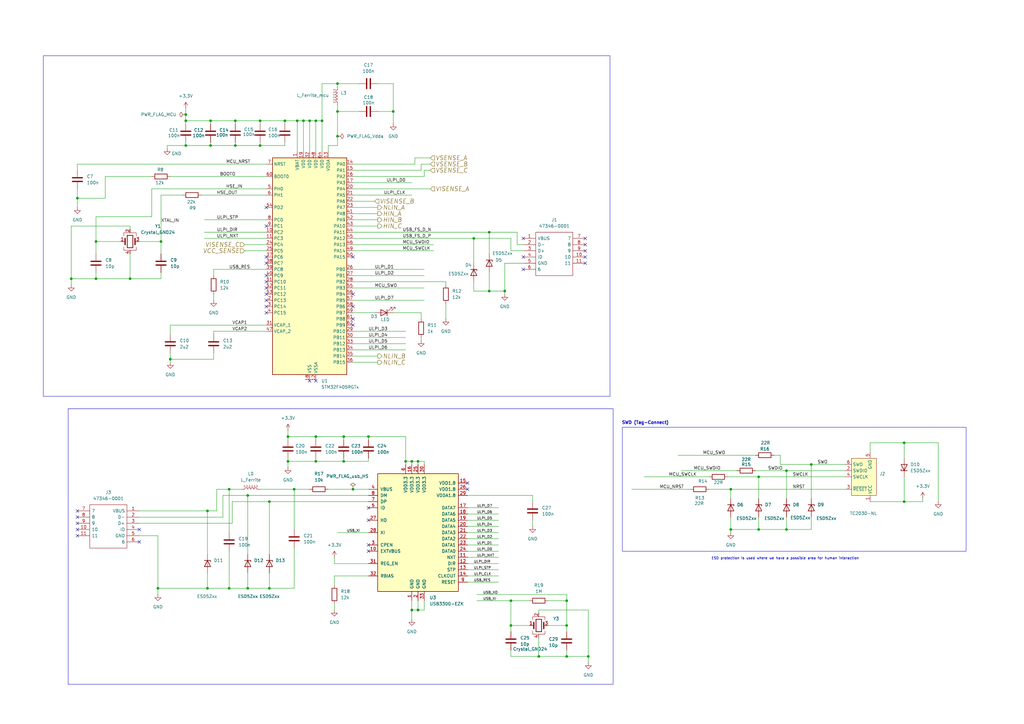
<source format=kicad_sch>
(kicad_sch (version 20231120) (generator "eeschema") (generator_version "8.0")
  (paper "A3")
  (title_block (title "ESC board microController") (date "2024-08-18") (rev "0.1") (company "Kremson Dev"))
  (lib_symbols
    (symbol "Connector:Conn_ARM_SWD_TagConnect_TC2030-NL" (in_bom no)
      (property "Reference" "J" (at 2.54 11.43 0))
      (property "Value" "Conn_ARM_SWD_TagConnect_TC2030-NL" (at 2.54 8.89 0))
      (symbol "Conn_ARM_SWD_TagConnect_TC2030-NL_0_0"
        (pin power_in line (at -2.54 10.16 270) (length 2.54) (name "VCC") (number "1"))
        (pin bidirectional line (at 7.62 -2.54 180) (length 2.54) (name "SWDIO") (number "2"))
        (pin open_collector line (at 7.62 5.08 180) (length 2.54) (name "~{RESET}") (number "3"))
        (pin output line (at 7.62 0 180) (length 2.54) (name "SWCLK") (number "4"))
        (pin power_in line (at -2.54 -10.16 90) (length 2.54) (name "GND") (number "5"))
        (pin input line (at 7.62 -5.08 180) (length 2.54) (name "SWO") (number "6"))
      )
    )
    (symbol "Custom_symbols:47346-0001" (pin_names (offset 0.762))
      (property "Reference" "J?" (at 21.59 6.096 0))
      (property "Value" "47346-0001" (at 7.366 3.81 0))
      (symbol "47346-0001_0_0"
        (pin passive line (at 0 0 0) (length 5.08) (name "VBUS") (number "1"))
        (pin passive line (at 25.4 -7.62 180) (length 5.08) (name "10") (number "10"))
        (pin passive line (at 25.4 -10.16 180) (length 5.08) (name "11") (number "11"))
        (pin passive line (at 0 -2.54 0) (length 5.08) (name "D-") (number "2"))
        (pin passive line (at 0 -5.08 0) (length 5.08) (name "D+") (number "3"))
        (pin passive line (at 0 -7.62 0) (length 5.08) (name "ID") (number "4"))
        (pin passive line (at 0 -10.16 0) (length 5.08) (name "GND") (number "5"))
        (pin passive line (at 0 -12.7 0) (length 5.08) (name "6") (number "6"))
        (pin passive line (at 25.4 0 180) (length 5.08) (name "7") (number "7"))
        (pin passive line (at 25.4 -2.54 180) (length 5.08) (name "8") (number "8"))
        (pin passive line (at 25.4 -5.08 180) (length 5.08) (name "9") (number "9"))
      )
    )
    (symbol "Device:C" (pin_numbers hide) (pin_names (offset 0.254))
      (property "Reference" "C" (at 0.635 2.54 0))
      (property "Value" "C" (at 0.635 -2.54 0))
      (symbol "C_1_1"
        (pin passive line (at 0 3.81 270) (length 2.794) (name "~") (number "1"))
        (pin passive line (at 0 -3.81 90) (length 2.794) (name "~") (number "2"))
      )
    )
    (symbol "Device:Crystal_GND24" (pin_names (offset 1.016) hide)
      (property "Reference" "Y" (at 3.175 5.08 0))
      (property "Value" "Crystal_GND24" (at 3.175 3.175 0))
      (symbol "Crystal_GND24_1_1"
        (pin passive line (at -3.81 0 0) (length 1.27) (name "1") (number "1"))
        (pin passive line (at 0 5.08 270) (length 1.27) (name "2") (number "2"))
        (pin passive line (at 3.81 0 180) (length 1.27) (name "3") (number "3"))
        (pin passive line (at 0 -5.08 90) (length 1.27) (name "4") (number "4"))
      )
    )
    (symbol "Device:LED" (pin_numbers hide) (pin_names (offset 1.016) hide)
      (property "Reference" "D" (at 0 2.54 0))
      (property "Value" "LED" (at 0 -2.54 0))
      (symbol "LED_1_1"
        (pin passive line (at -3.81 0 0) (length 2.54) (name "K") (number "1"))
        (pin passive line (at 3.81 0 180) (length 2.54) (name "A") (number "2"))
      )
    )
    (symbol "Device:L_Ferrite" (pin_numbers hide) (pin_names (offset 1.016) hide)
      (property "Reference" "L" (at -1.27 0 90))
      (property "Value" "L_Ferrite" (at 2.794 0 90))
      (symbol "L_Ferrite_1_1"
        (pin passive line (at 0 3.81 270) (length 1.27) (name "1") (number "1"))
        (pin passive line (at 0 -3.81 90) (length 1.27) (name "2") (number "2"))
      )
    )
    (symbol "Device:R" (pin_numbers hide) (pin_names (offset 0))
      (property "Reference" "R" (at 2.032 0 90))
      (property "Value" "R" (at 0 0 90))
      (symbol "R_1_1"
        (pin passive line (at 0 3.81 270) (length 1.27) (name "~") (number "1"))
        (pin passive line (at 0 -3.81 90) (length 1.27) (name "~") (number "2"))
      )
    )
    (symbol "Diode:ESD5Zxx" (pin_numbers hide) (pin_names hide)
      (property "Reference" "D" (at 0 2.54 0))
      (property "Value" "ESD5Zxx" (at 0 -2.54 0))
      (symbol "ESD5Zxx_1_1"
        (pin passive line (at -3.81 0 0) (length 2.54) (name "K") (number "1"))
        (pin passive line (at 3.81 0 180) (length 2.54) (name "A") (number "2"))
      )
    )
    (symbol "Interface_USB:USB3300-EZK" (pin_names (offset 1.016))
      (property "Reference" "U" (at 0 1.27 0))
      (property "Value" "USB3300-EZK" (at 0 -1.27 0))
      (symbol "USB3300-EZK_1_1"
        (pin power_in line (at -2.54 -27.94 90) (length 3.81) (name "GND") (number "1"))
        (pin input line (at -20.32 -7.62 0) (length 3.81) (name "EXTVBUS") (number "10"))
        (pin output line (at 20.32 -10.16 180) (length 3.81) (name "NXT") (number "11"))
        (pin output line (at 20.32 -12.7 180) (length 3.81) (name "DIR") (number "12"))
        (pin input line (at 20.32 -15.24 180) (length 3.81) (name "STP") (number "13"))
        (pin output line (at 20.32 -17.78 180) (length 3.81) (name "CLKOUT") (number "14"))
        (pin power_out line (at 20.32 20.32 180) (length 3.81) (name "VDD1.8") (number "15"))
        (pin power_in line (at -2.54 27.94 270) (length 3.81) (name "VDD3.3") (number "16"))
        (pin bidirectional line (at 20.32 10.16 180) (length 3.81) (name "DATA7") (number "17"))
        (pin bidirectional line (at 20.32 7.62 180) (length 3.81) (name "DATA6") (number "18"))
        (pin bidirectional line (at 20.32 5.08 180) (length 3.81) (name "DATA5") (number "19"))
        (pin power_in line (at 0 -27.94 90) (length 3.81) (name "GND") (number "2"))
        (pin bidirectional line (at 20.32 2.54 180) (length 3.81) (name "DATA4") (number "20"))
        (pin bidirectional line (at 20.32 0 180) (length 3.81) (name "DATA3") (number "21"))
        (pin bidirectional line (at 20.32 -2.54 180) (length 3.81) (name "DATA2") (number "22"))
        (pin bidirectional line (at 20.32 -5.08 180) (length 3.81) (name "DATA1") (number "23"))
        (pin bidirectional line (at 20.32 -7.62 180) (length 3.81) (name "DATA0") (number "24"))
        (pin power_in line (at 0 27.94 270) (length 3.81) (name "VDD3.3") (number "25"))
        (pin power_out line (at 20.32 17.78 180) (length 3.81) (name "VDD1.8") (number "26"))
        (pin output line (at -20.32 5.08 0) (length 3.81) (name "XO") (number "27"))
        (pin input line (at -20.32 0 0) (length 3.81) (name "XI") (number "28"))
        (pin power_out line (at 20.32 15.24 180) (length 3.81) (name "VDDA1.8") (number "29"))
        (pin output line (at -20.32 -5.08 0) (length 3.81) (name "CPEN") (number "3"))
        (pin power_in line (at 2.54 27.94 270) (length 3.81) (name "VDD3.3") (number "30"))
        (pin bidirectional line (at -20.32 -12.7 0) (length 3.81) (name "REG_EN") (number "31"))
        (pin passive line (at -20.32 -17.78 0) (length 3.81) (name "RBIAS") (number "32"))
        (pin power_in line (at 2.54 -27.94 90) (length 3.81) (name "GND") (number "33"))
        (pin power_in line (at -20.32 17.78 0) (length 3.81) (name "VBUS") (number "4"))
        (pin input line (at -20.32 10.16 0) (length 3.81) (name "ID") (number "5"))
        (pin power_in line (at -5.08 27.94 270) (length 3.81) (name "VDD3.3") (number "6"))
        (pin bidirectional line (at -20.32 12.7 0) (length 3.81) (name "DP") (number "7"))
        (pin bidirectional line (at -20.32 15.24 0) (length 3.81) (name "DM") (number "8"))
        (pin input line (at 20.32 -20.32 180) (length 3.81) (name "RESET") (number "9"))
      )
    )
    (symbol "MCU_ST_STM32F4:STM32F405RGTx"
      (property "Reference" "U" (at -15.24 46.99 0))
      (property "Value" "STM32F405RGTx" (at 10.16 46.99 0))
      (symbol "STM32F405RGTx_1_1"
        (pin power_in line (at -5.08 48.26 270) (length 2.54) (name "VBAT") (number "1"))
        (pin bidirectional line (at -17.78 15.24 0) (length 2.54) (name "PC2") (number "10"))
        (pin bidirectional line (at -17.78 12.7 0) (length 2.54) (name "PC3") (number "11"))
        (pin power_in line (at 2.54 -45.72 90) (length 2.54) (name "VSSA") (number "12"))
        (pin power_in line (at 7.62 48.26 270) (length 2.54) (name "VDDA") (number "13"))
        (pin bidirectional line (at 17.78 43.18 180) (length 2.54) (name "PA0") (number "14"))
        (pin bidirectional line (at 17.78 40.64 180) (length 2.54) (name "PA1") (number "15"))
        (pin bidirectional line (at 17.78 38.1 180) (length 2.54) (name "PA2") (number "16"))
        (pin bidirectional line (at 17.78 35.56 180) (length 2.54) (name "PA3") (number "17"))
        (pin power_in line (at 0 -45.72 90) (length 2.54) (name "VSS") (number "18"))
        (pin power_in line (at -2.54 48.26 270) (length 2.54) (name "VDD") (number "19"))
        (pin bidirectional line (at -17.78 -12.7 0) (length 2.54) (name "PC13") (number "2"))
        (pin bidirectional line (at 17.78 33.02 180) (length 2.54) (name "PA4") (number "20"))
        (pin bidirectional line (at 17.78 30.48 180) (length 2.54) (name "PA5") (number "21"))
        (pin bidirectional line (at 17.78 27.94 180) (length 2.54) (name "PA6") (number "22"))
        (pin bidirectional line (at 17.78 25.4 180) (length 2.54) (name "PA7") (number "23"))
        (pin bidirectional line (at -17.78 10.16 0) (length 2.54) (name "PC4") (number "24"))
        (pin bidirectional line (at -17.78 7.62 0) (length 2.54) (name "PC5") (number "25"))
        (pin bidirectional line (at 17.78 0 180) (length 2.54) (name "PB0") (number "26"))
        (pin bidirectional line (at 17.78 -2.54 180) (length 2.54) (name "PB1") (number "27"))
        (pin bidirectional line (at 17.78 -5.08 180) (length 2.54) (name "PB2") (number "28"))
        (pin bidirectional line (at 17.78 -25.4 180) (length 2.54) (name "PB10") (number "29"))
        (pin bidirectional line (at -17.78 -15.24 0) (length 2.54) (name "PC14") (number "3"))
        (pin bidirectional line (at 17.78 -27.94 180) (length 2.54) (name "PB11") (number "30"))
        (pin power_out line (at -17.78 -22.86 0) (length 2.54) (name "VCAP_1") (number "31"))
        (pin power_in line (at 0 48.26 270) (length 2.54) (name "VDD") (number "32"))
        (pin bidirectional line (at 17.78 -30.48 180) (length 2.54) (name "PB12") (number "33"))
        (pin bidirectional line (at 17.78 -33.02 180) (length 2.54) (name "PB13") (number "34"))
        (pin bidirectional line (at 17.78 -35.56 180) (length 2.54) (name "PB14") (number "35"))
        (pin bidirectional line (at 17.78 -38.1 180) (length 2.54) (name "PB15") (number "36"))
        (pin bidirectional line (at -17.78 5.08 0) (length 2.54) (name "PC6") (number "37"))
        (pin bidirectional line (at -17.78 2.54 0) (length 2.54) (name "PC7") (number "38"))
        (pin bidirectional line (at -17.78 0 0) (length 2.54) (name "PC8") (number "39"))
        (pin bidirectional line (at -17.78 -17.78 0) (length 2.54) (name "PC15") (number "4"))
        (pin bidirectional line (at -17.78 -2.54 0) (length 2.54) (name "PC9") (number "40"))
        (pin bidirectional line (at 17.78 22.86 180) (length 2.54) (name "PA8") (number "41"))
        (pin bidirectional line (at 17.78 20.32 180) (length 2.54) (name "PA9") (number "42"))
        (pin bidirectional line (at 17.78 17.78 180) (length 2.54) (name "PA10") (number "43"))
        (pin bidirectional line (at 17.78 15.24 180) (length 2.54) (name "PA11") (number "44"))
        (pin bidirectional line (at 17.78 12.7 180) (length 2.54) (name "PA12") (number "45"))
        (pin bidirectional line (at 17.78 10.16 180) (length 2.54) (name "PA13") (number "46"))
        (pin power_out line (at -17.78 -25.4 0) (length 2.54) (name "VCAP_2") (number "47"))
        (pin power_in line (at 2.54 48.26 270) (length 2.54) (name "VDD") (number "48"))
        (pin bidirectional line (at 17.78 7.62 180) (length 2.54) (name "PA14") (number "49"))
        (pin bidirectional line (at -17.78 33.02 0) (length 2.54) (name "PH0") (number "5"))
        (pin bidirectional line (at 17.78 5.08 180) (length 2.54) (name "PA15") (number "50"))
        (pin bidirectional line (at -17.78 -5.08 0) (length 2.54) (name "PC10") (number "51"))
        (pin bidirectional line (at -17.78 -7.62 0) (length 2.54) (name "PC11") (number "52"))
        (pin bidirectional line (at -17.78 -10.16 0) (length 2.54) (name "PC12") (number "53"))
        (pin bidirectional line (at -17.78 25.4 0) (length 2.54) (name "PD2") (number "54"))
        (pin bidirectional line (at 17.78 -7.62 180) (length 2.54) (name "PB3") (number "55"))
        (pin bidirectional line (at 17.78 -10.16 180) (length 2.54) (name "PB4") (number "56"))
        (pin bidirectional line (at 17.78 -12.7 180) (length 2.54) (name "PB5") (number "57"))
        (pin bidirectional line (at 17.78 -15.24 180) (length 2.54) (name "PB6") (number "58"))
        (pin bidirectional line (at 17.78 -17.78 180) (length 2.54) (name "PB7") (number "59"))
        (pin bidirectional line (at -17.78 30.48 0) (length 2.54) (name "PH1") (number "6"))
        (pin input line (at -17.78 38.1 0) (length 2.54) (name "BOOT0") (number "60"))
        (pin bidirectional line (at 17.78 -20.32 180) (length 2.54) (name "PB8") (number "61"))
        (pin bidirectional line (at 17.78 -22.86 180) (length 2.54) (name "PB9") (number "62"))
        (pin passive line (at 0 -45.72 90) (length 2.54) hide (name "VSS") (number "63"))
        (pin power_in line (at 5.08 48.26 270) (length 2.54) (name "VDD") (number "64"))
        (pin input line (at -17.78 43.18 0) (length 2.54) (name "NRST") (number "7"))
        (pin bidirectional line (at -17.78 20.32 0) (length 2.54) (name "PC0") (number "8"))
        (pin bidirectional line (at -17.78 17.78 0) (length 2.54) (name "PC1") (number "9"))
      )
    )
    (symbol "power:+3.3V" (power) (pin_numbers hide) (pin_names (offset 0) hide)
      (property "Value" "+3.3V" (at 0 3.556 0))
      (symbol "+3.3V_1_1"
        (pin power_in line (at 0 0 90) (length 0) (name "~") (number "1"))
      )
    )
    (symbol "power:GND" (power) (pin_numbers hide) (pin_names (offset 0) hide)
      (property "Value" "GND" (at 0 -3.81 0))
      (symbol "GND_1_1"
        (pin power_in line (at 0 0 270) (length 0) (name "~") (number "1"))
      )
    )
    (symbol "power:PWR_FLAG" (power) (pin_numbers hide) (pin_names (offset 0) hide)
      (property "Value" "PWR_FLAG" (at 0 3.81 0))
      (symbol "PWR_FLAG_0_0"
        (pin power_out line (at 0 0 90) (length 0) (name "~") (number "1"))
      )
    )
  )
  (junction (at 66.04 99.06))
  (junction (at 118.11 189.23))
  (junction (at 194.31 97.79))
  (junction (at 232.41 246.38))
  (junction (at 101.6 203.2))
  (junction (at 129.54 49.53))
  (junction (at 85.09 241.3))
  (junction (at 138.43 34.29))
  (junction (at 106.68 49.53))
  (junction (at 129.54 189.23))
  (junction (at 241.3 269.24))
  (junction (at 209.55 246.38))
  (junction (at 232.41 256.54))
  (junction (at 93.98 200.66))
  (junction (at 29.21 114.3))
  (junction (at 86.36 59.69))
  (junction (at 171.45 189.23))
  (junction (at 138.43 55.88))
  (junction (at 299.72 200.66))
  (junction (at 127 49.53))
  (junction (at 129.54 179.07))
  (junction (at 311.15 195.58))
  (junction (at 232.41 269.24))
  (junction (at 76.2 46.99))
  (junction (at 166.37 189.23))
  (junction (at 171.45 250.19))
  (junction (at 138.43 45.72))
  (junction (at 118.11 179.07))
  (junction (at 209.55 256.54))
  (junction (at 101.6 241.3))
  (junction (at 322.58 217.17))
  (junction (at 151.13 179.07))
  (junction (at 110.49 241.3))
  (junction (at 140.97 179.07))
  (junction (at 207.01 119.38))
  (junction (at 53.34 114.3))
  (junction (at 86.36 49.53))
  (junction (at 116.84 49.53))
  (junction (at 93.98 241.3))
  (junction (at 85.09 209.55))
  (junction (at 332.74 190.5))
  (junction (at 39.37 99.06))
  (junction (at 200.66 95.25))
  (junction (at 161.29 45.72))
  (junction (at 120.65 200.66))
  (junction (at 140.97 189.23))
  (junction (at 110.49 205.74))
  (junction (at 322.58 193.04))
  (junction (at 96.52 49.53))
  (junction (at 220.98 269.24))
  (junction (at 132.08 49.53))
  (junction (at 39.37 114.3))
  (junction (at 64.77 241.3))
  (junction (at 124.46 49.53))
  (junction (at 121.92 49.53))
  (junction (at 370.84 205.74))
  (junction (at 370.84 181.61))
  (junction (at 76.2 49.53))
  (junction (at 200.66 119.38))
  (junction (at 144.78 200.66))
  (junction (at 168.91 189.23))
  (junction (at 31.75 81.28))
  (junction (at 311.15 217.17))
  (junction (at 299.72 217.17))
  (junction (at 106.68 59.69))
  (junction (at 76.2 59.69))
  (junction (at 96.52 59.69))
  (junction (at 69.85 147.32))
  (junction (at 168.91 250.19))
  (no_connect (at 109.22 125.73))
  (no_connect (at 151.13 208.28))
  (no_connect (at 144.78 120.65))
  (no_connect (at 109.22 120.65))
  (no_connect (at 109.22 113.03))
  (no_connect (at 151.13 226.06))
  (no_connect (at 109.22 85.09))
  (no_connect (at 191.77 198.12))
  (no_connect (at 144.78 130.81))
  (no_connect (at 144.78 125.73))
  (no_connect (at 109.22 92.71))
  (no_connect (at 240.03 102.87))
  (no_connect (at 151.13 223.52))
  (no_connect (at 214.63 97.79))
  (no_connect (at 127 156.21))
  (no_connect (at 31.75 209.55))
  (no_connect (at 240.03 107.95))
  (no_connect (at 240.03 97.79))
  (no_connect (at 57.15 217.17))
  (no_connect (at 57.15 222.25))
  (no_connect (at 214.63 110.49))
  (no_connect (at 144.78 133.35))
  (no_connect (at 109.22 118.11))
  (no_connect (at 31.75 217.17))
  (no_connect (at 109.22 123.19))
  (no_connect (at 151.13 213.36))
  (no_connect (at 109.22 115.57))
  (no_connect (at 129.54 156.21))
  (no_connect (at 240.03 100.33))
  (no_connect (at 31.75 212.09))
  (no_connect (at 240.03 105.41))
  (no_connect (at 31.75 219.71))
  (no_connect (at 109.22 128.27))
  (no_connect (at 109.22 105.41))
  (no_connect (at 144.78 105.41))
  (no_connect (at 191.77 200.66))
  (no_connect (at 214.63 105.41))
  (no_connect (at 109.22 107.95))
  (no_connect (at 31.75 214.63))
  (wire (pts (xy 144.78 85.09) (xy 154.94 85.09)))
  (wire (pts (xy 76.2 49.53) (xy 76.2 50.8)))
  (wire (pts (xy 309.88 193.04) (xy 322.58 193.04)))
  (wire (pts (xy 85.09 209.55) (xy 88.9 209.55)))
  (wire (pts (xy 317.5 186.69) (xy 320.04 186.69)))
  (wire (pts (xy 144.78 90.17) (xy 154.94 90.17)))
  (wire (pts (xy 264.16 195.58) (xy 290.83 195.58)))
  (wire (pts (xy 191.77 208.28) (xy 204.47 208.28)))
  (wire (pts (xy 39.37 99.06) (xy 39.37 104.14)))
  (wire (pts (xy 218.44 213.36) (xy 218.44 215.9)))
  (wire (pts (xy 76.2 46.99) (xy 76.2 49.53)))
  (wire (pts (xy 87.63 120.65) (xy 87.63 123.19)))
  (wire (pts (xy 200.66 95.25) (xy 200.66 104.14)))
  (wire (pts (xy 172.72 138.43) (xy 172.72 139.7)))
  (wire (pts (xy 168.91 190.5) (xy 168.91 189.23)))
  (wire (pts (xy 43.18 72.39) (xy 43.18 81.28)))
  (wire (pts (xy 68.58 59.69) (xy 76.2 59.69)))
  (wire (pts (xy 259.08 200.66) (xy 283.21 200.66)))
  (wire (pts (xy 138.43 45.72) (xy 138.43 43.18)))
  (wire (pts (xy 378.46 204.47) (xy 378.46 205.74)))
  (wire (pts (xy 93.98 218.44) (xy 93.98 200.66)))
  (wire (pts (xy 62.23 72.39) (xy 43.18 72.39)))
  (wire (pts (xy 76.2 59.69) (xy 86.36 59.69)))
  (wire (pts (xy 121.92 49.53) (xy 116.84 49.53)))
  (wire (pts (xy 191.77 218.44) (xy 204.47 218.44)))
  (wire (pts (xy 144.78 200.66) (xy 151.13 200.66)))
  (wire (pts (xy 62.23 77.47) (xy 62.23 88.9)))
  (wire (pts (xy 93.98 200.66) (xy 99.06 200.66)))
  (wire (pts (xy 332.74 212.09) (xy 332.74 217.17)))
  (wire (pts (xy 140.97 179.07) (xy 151.13 179.07)))
  (wire (pts (xy 66.04 99.06) (xy 66.04 104.14)))
  (wire (pts (xy 217.17 256.54) (xy 209.55 256.54)))
  (wire (pts (xy 120.65 241.3) (xy 110.49 241.3)))
  (wire (pts (xy 144.78 87.63) (xy 154.94 87.63)))
  (wire (pts (xy 232.41 266.7) (xy 232.41 269.24)))
  (wire (pts (xy 173.99 189.23) (xy 171.45 189.23)))
  (wire (pts (xy 191.77 215.9) (xy 204.47 215.9)))
  (wire (pts (xy 322.58 212.09) (xy 322.58 217.17)))
  (wire (pts (xy 332.74 190.5) (xy 332.74 204.47)))
  (wire (pts (xy 278.13 186.69) (xy 309.88 186.69)))
  (wire (pts (xy 173.99 250.19) (xy 171.45 250.19)))
  (wire (pts (xy 144.78 123.19) (xy 173.99 123.19)))
  (wire (pts (xy 82.55 80.01) (xy 109.22 80.01)))
  (wire (pts (xy 116.84 58.42) (xy 116.84 59.69)))
  (wire (pts (xy 332.74 217.17) (xy 322.58 217.17)))
  (wire (pts (xy 194.31 119.38) (xy 200.66 119.38)))
  (wire (pts (xy 173.99 72.39) (xy 173.99 69.85)))
  (wire (pts (xy 218.44 203.2) (xy 218.44 205.74)))
  (wire (pts (xy 96.52 49.53) (xy 106.68 49.53)))
  (wire (pts (xy 138.43 45.72) (xy 147.32 45.72)))
  (wire (pts (xy 69.85 133.35) (xy 109.22 133.35)))
  (wire (pts (xy 194.31 115.57) (xy 194.31 119.38)))
  (wire (pts (xy 86.36 59.69) (xy 96.52 59.69)))
  (wire (pts (xy 144.78 118.11) (xy 173.99 118.11)))
  (wire (pts (xy 200.66 95.25) (xy 212.09 95.25)))
  (wire (pts (xy 220.98 269.24) (xy 232.41 269.24)))
  (wire (pts (xy 64.77 219.71) (xy 64.77 241.3)))
  (wire (pts (xy 144.78 72.39) (xy 173.99 72.39)))
  (wire (pts (xy 88.9 209.55) (xy 88.9 200.66)))
  (wire (pts (xy 100.33 102.87) (xy 109.22 102.87)))
  (wire (pts (xy 134.62 59.69) (xy 138.43 59.69)))
  (wire (pts (xy 232.41 243.84) (xy 232.41 246.38)))
  (wire (pts (xy 370.84 181.61) (xy 384.81 181.61)))
  (wire (pts (xy 144.78 140.97) (xy 166.37 140.97)))
  (wire (pts (xy 43.18 81.28) (xy 31.75 81.28)))
  (wire (pts (xy 151.13 179.07) (xy 166.37 179.07)))
  (wire (pts (xy 191.77 203.2) (xy 218.44 203.2)))
  (wire (pts (xy 85.09 209.55) (xy 85.09 227.33)))
  (wire (pts (xy 116.84 49.53) (xy 116.84 50.8)))
  (wire (pts (xy 120.65 224.79) (xy 120.65 241.3)))
  (wire (pts (xy 85.09 234.95) (xy 85.09 241.3)))
  (wire (pts (xy 144.78 82.55) (xy 153.67 82.55)))
  (wire (pts (xy 31.75 77.47) (xy 31.75 81.28)))
  (wire (pts (xy 87.63 137.16) (xy 87.63 135.89)))
  (wire (pts (xy 154.94 45.72) (xy 161.29 45.72)))
  (wire (pts (xy 31.75 67.31) (xy 31.75 69.85)))
  (wire (pts (xy 173.99 190.5) (xy 173.99 189.23)))
  (wire (pts (xy 161.29 128.27) (xy 172.72 128.27)))
  (wire (pts (xy 110.49 241.3) (xy 101.6 241.3)))
  (wire (pts (xy 232.41 246.38) (xy 232.41 256.54)))
  (wire (pts (xy 91.44 203.2) (xy 91.44 212.09)))
  (wire (pts (xy 172.72 128.27) (xy 172.72 130.81)))
  (wire (pts (xy 209.55 246.38) (xy 209.55 256.54)))
  (wire (pts (xy 144.78 113.03) (xy 173.99 113.03)))
  (wire (pts (xy 53.34 104.14) (xy 53.34 114.3)))
  (wire (pts (xy 138.43 218.44) (xy 151.13 218.44)))
  (wire (pts (xy 194.31 97.79) (xy 209.55 97.79)))
  (wire (pts (xy 69.85 144.78) (xy 69.85 147.32)))
  (wire (pts (xy 320.04 186.69) (xy 320.04 190.5)))
  (wire (pts (xy 120.65 200.66) (xy 120.65 217.17)))
  (wire (pts (xy 191.77 223.52) (xy 204.47 223.52)))
  (wire (pts (xy 121.92 49.53) (xy 121.92 62.23)))
  (wire (pts (xy 299.72 217.17) (xy 299.72 218.44)))
  (wire (pts (xy 209.55 102.87) (xy 214.63 102.87)))
  (wire (pts (xy 140.97 187.96) (xy 140.97 189.23)))
  (wire (pts (xy 166.37 189.23) (xy 166.37 179.07)))
  (wire (pts (xy 138.43 34.29) (xy 147.32 34.29)))
  (wire (pts (xy 144.78 128.27) (xy 153.67 128.27)))
  (wire (pts (xy 57.15 214.63) (xy 95.25 214.63)))
  (wire (pts (xy 110.49 205.74) (xy 110.49 227.33)))
  (wire (pts (xy 129.54 49.53) (xy 127 49.53)))
  (wire (pts (xy 101.6 203.2) (xy 151.13 203.2)))
  (wire (pts (xy 31.75 67.31) (xy 109.22 67.31)))
  (wire (pts (xy 132.08 49.53) (xy 129.54 49.53)))
  (wire (pts (xy 191.77 220.98) (xy 204.47 220.98)))
  (wire (pts (xy 171.45 190.5) (xy 171.45 189.23)))
  (wire (pts (xy 209.55 246.38) (xy 217.17 246.38)))
  (wire (pts (xy 144.78 69.85) (xy 172.72 69.85)))
  (wire (pts (xy 207.01 107.95) (xy 207.01 119.38)))
  (wire (pts (xy 57.15 209.55) (xy 85.09 209.55)))
  (wire (pts (xy 144.78 97.79) (xy 194.31 97.79)))
  (wire (pts (xy 93.98 226.06) (xy 93.98 241.3)))
  (wire (pts (xy 144.78 92.71) (xy 154.94 92.71)))
  (wire (pts (xy 106.68 200.66) (xy 120.65 200.66)))
  (wire (pts (xy 299.72 200.66) (xy 346.71 200.66)))
  (wire (pts (xy 166.37 190.5) (xy 166.37 189.23)))
  (wire (pts (xy 91.44 203.2) (xy 101.6 203.2)))
  (wire (pts (xy 224.79 256.54) (xy 232.41 256.54)))
  (wire (pts (xy 311.15 212.09) (xy 311.15 217.17)))
  (wire (pts (xy 29.21 116.84) (xy 29.21 114.3)))
  (wire (pts (xy 172.72 69.85) (xy 172.72 67.31)))
  (wire (pts (xy 140.97 189.23) (xy 151.13 189.23)))
  (wire (pts (xy 101.6 234.95) (xy 101.6 241.3)))
  (wire (pts (xy 170.18 64.77) (xy 176.53 64.77)))
  (wire (pts (xy 214.63 107.95) (xy 207.01 107.95)))
  (wire (pts (xy 384.81 181.61) (xy 384.81 205.74)))
  (wire (pts (xy 191.77 210.82) (xy 204.47 210.82)))
  (wire (pts (xy 74.93 80.01) (xy 66.04 80.01)))
  (wire (pts (xy 151.13 180.34) (xy 151.13 179.07)))
  (wire (pts (xy 191.77 238.76) (xy 204.47 238.76)))
  (wire (pts (xy 88.9 200.66) (xy 93.98 200.66)))
  (wire (pts (xy 69.85 147.32) (xy 69.85 148.59)))
  (wire (pts (xy 106.68 49.53) (xy 116.84 49.53)))
  (wire (pts (xy 356.87 205.74) (xy 370.84 205.74)))
  (wire (pts (xy 161.29 34.29) (xy 161.29 45.72)))
  (wire (pts (xy 322.58 217.17) (xy 311.15 217.17)))
  (wire (pts (xy 320.04 190.5) (xy 332.74 190.5)))
  (wire (pts (xy 207.01 120.65) (xy 207.01 119.38)))
  (wire (pts (xy 127 49.53) (xy 127 62.23)))
  (wire (pts (xy 209.55 256.54) (xy 209.55 259.08)))
  (wire (pts (xy 57.15 99.06) (xy 66.04 99.06)))
  (wire (pts (xy 191.77 226.06) (xy 204.47 226.06)))
  (wire (pts (xy 118.11 189.23) (xy 129.54 189.23)))
  (wire (pts (xy 120.65 200.66) (xy 127 200.66)))
  (wire (pts (xy 118.11 189.23) (xy 118.11 187.96)))
  (wire (pts (xy 311.15 195.58) (xy 346.71 195.58)))
  (wire (pts (xy 182.88 124.46) (xy 182.88 130.81)))
  (wire (pts (xy 76.2 58.42) (xy 76.2 59.69)))
  (wire (pts (xy 241.3 250.19) (xy 241.3 269.24)))
  (wire (pts (xy 83.82 95.25) (xy 109.22 95.25)))
  (wire (pts (xy 95.25 205.74) (xy 95.25 214.63)))
  (wire (pts (xy 220.98 261.62) (xy 220.98 269.24)))
  (wire (pts (xy 87.63 135.89) (xy 109.22 135.89)))
  (wire (pts (xy 322.58 193.04) (xy 322.58 204.47)))
  (wire (pts (xy 370.84 181.61) (xy 370.84 187.96)))
  (wire (pts (xy 85.09 241.3) (xy 93.98 241.3)))
  (wire (pts (xy 140.97 179.07) (xy 140.97 180.34)))
  (wire (pts (xy 66.04 111.76) (xy 66.04 114.3)))
  (wire (pts (xy 144.78 148.59) (xy 154.94 148.59)))
  (wire (pts (xy 138.43 55.88) (xy 138.43 59.69)))
  (wire (pts (xy 134.62 62.23) (xy 134.62 59.69)))
  (wire (pts (xy 96.52 49.53) (xy 96.52 50.8)))
  (wire (pts (xy 195.58 246.38) (xy 209.55 246.38)))
  (wire (pts (xy 232.41 256.54) (xy 232.41 259.08)))
  (wire (pts (xy 96.52 58.42) (xy 96.52 59.69)))
  (wire (pts (xy 29.21 92.71) (xy 29.21 114.3)))
  (wire (pts (xy 151.13 236.22) (xy 137.16 236.22)))
  (wire (pts (xy 212.09 100.33) (xy 214.63 100.33)))
  (wire (pts (xy 110.49 234.95) (xy 110.49 241.3)))
  (wire (pts (xy 68.58 59.69) (xy 68.58 60.96)))
  (wire (pts (xy 356.87 185.42) (xy 356.87 181.61)))
  (wire (pts (xy 86.36 58.42) (xy 86.36 59.69)))
  (wire (pts (xy 220.98 250.19) (xy 241.3 250.19)))
  (wire (pts (xy 100.33 100.33) (xy 109.22 100.33)))
  (wire (pts (xy 118.11 179.07) (xy 129.54 179.07)))
  (wire (pts (xy 124.46 49.53) (xy 124.46 62.23)))
  (wire (pts (xy 101.6 227.33) (xy 101.6 203.2)))
  (wire (pts (xy 29.21 114.3) (xy 39.37 114.3)))
  (wire (pts (xy 144.78 135.89) (xy 166.37 135.89)))
  (wire (pts (xy 62.23 88.9) (xy 39.37 88.9)))
  (wire (pts (xy 299.72 212.09) (xy 299.72 217.17)))
  (wire (pts (xy 129.54 49.53) (xy 129.54 62.23)))
  (wire (pts (xy 49.53 99.06) (xy 39.37 99.06)))
  (wire (pts (xy 39.37 88.9) (xy 39.37 99.06)))
  (wire (pts (xy 95.25 205.74) (xy 110.49 205.74)))
  (wire (pts (xy 144.78 95.25) (xy 200.66 95.25)))
  (wire (pts (xy 194.31 97.79) (xy 194.31 107.95)))
  (wire (pts (xy 66.04 80.01) (xy 66.04 99.06)))
  (wire (pts (xy 76.2 49.53) (xy 86.36 49.53)))
  (wire (pts (xy 106.68 58.42) (xy 106.68 59.69)))
  (wire (pts (xy 62.23 77.47) (xy 109.22 77.47)))
  (wire (pts (xy 132.08 49.53) (xy 132.08 34.29)))
  (wire (pts (xy 311.15 217.17) (xy 299.72 217.17)))
  (wire (pts (xy 106.68 49.53) (xy 106.68 50.8)))
  (wire (pts (xy 106.68 59.69) (xy 116.84 59.69)))
  (wire (pts (xy 209.55 266.7) (xy 209.55 269.24)))
  (wire (pts (xy 127 49.53) (xy 124.46 49.53)))
  (wire (pts (xy 118.11 176.53) (xy 118.11 179.07)))
  (wire (pts (xy 53.34 92.71) (xy 53.34 93.98)))
  (wire (pts (xy 134.62 200.66) (xy 144.78 200.66)))
  (wire (pts (xy 69.85 133.35) (xy 69.85 137.16)))
  (wire (pts (xy 83.82 90.17) (xy 109.22 90.17)))
  (wire (pts (xy 161.29 45.72) (xy 161.29 50.8)))
  (wire (pts (xy 110.49 205.74) (xy 151.13 205.74)))
  (wire (pts (xy 118.11 179.07) (xy 118.11 180.34)))
  (wire (pts (xy 144.78 110.49) (xy 173.99 110.49)))
  (wire (pts (xy 96.52 59.69) (xy 106.68 59.69)))
  (wire (pts (xy 172.72 67.31) (xy 176.53 67.31)))
  (wire (pts (xy 170.18 67.31) (xy 170.18 64.77)))
  (wire (pts (xy 322.58 193.04) (xy 346.71 193.04)))
  (wire (pts (xy 171.45 246.38) (xy 171.45 250.19)))
  (wire (pts (xy 332.74 190.5) (xy 346.71 190.5)))
  (wire (pts (xy 66.04 114.3) (xy 53.34 114.3)))
  (wire (pts (xy 132.08 62.23) (xy 132.08 49.53)))
  (wire (pts (xy 356.87 181.61) (xy 370.84 181.61)))
  (wire (pts (xy 182.88 115.57) (xy 182.88 116.84)))
  (wire (pts (xy 209.55 97.79) (xy 209.55 102.87)))
  (wire (pts (xy 173.99 246.38) (xy 173.99 250.19)))
  (wire (pts (xy 144.78 74.93) (xy 168.91 74.93)))
  (wire (pts (xy 138.43 45.72) (xy 138.43 55.88)))
  (wire (pts (xy 83.82 97.79) (xy 109.22 97.79)))
  (wire (pts (xy 138.43 35.56) (xy 138.43 34.29)))
  (wire (pts (xy 87.63 144.78) (xy 87.63 147.32)))
  (wire (pts (xy 151.13 187.96) (xy 151.13 189.23)))
  (wire (pts (xy 220.98 250.19) (xy 220.98 251.46)))
  (wire (pts (xy 118.11 189.23) (xy 118.11 191.77)))
  (wire (pts (xy 129.54 179.07) (xy 140.97 179.07)))
  (wire (pts (xy 241.3 269.24) (xy 232.41 269.24)))
  (wire (pts (xy 53.34 114.3) (xy 39.37 114.3)))
  (wire (pts (xy 191.77 213.36) (xy 204.47 213.36)))
  (wire (pts (xy 144.78 100.33) (xy 177.8 100.33)))
  (wire (pts (xy 298.45 195.58) (xy 311.15 195.58)))
  (wire (pts (xy 191.77 236.22) (xy 204.47 236.22)))
  (wire (pts (xy 144.78 80.01) (xy 168.91 80.01)))
  (wire (pts (xy 311.15 195.58) (xy 311.15 204.47)))
  (wire (pts (xy 87.63 147.32) (xy 69.85 147.32)))
  (wire (pts (xy 86.36 49.53) (xy 96.52 49.53)))
  (wire (pts (xy 154.94 34.29) (xy 161.29 34.29)))
  (wire (pts (xy 370.84 195.58) (xy 370.84 205.74)))
  (wire (pts (xy 129.54 189.23) (xy 129.54 187.96)))
  (wire (pts (xy 200.66 111.76) (xy 200.66 119.38)))
  (wire (pts (xy 129.54 189.23) (xy 140.97 189.23)))
  (wire (pts (xy 191.77 231.14) (xy 204.47 231.14)))
  (wire (pts (xy 241.3 269.24) (xy 241.3 271.78)))
  (wire (pts (xy 209.55 269.24) (xy 220.98 269.24)))
  (wire (pts (xy 144.78 146.05) (xy 154.94 146.05)))
  (wire (pts (xy 171.45 250.19) (xy 168.91 250.19)))
  (wire (pts (xy 129.54 179.07) (xy 129.54 180.34)))
  (wire (pts (xy 171.45 189.23) (xy 168.91 189.23)))
  (wire (pts (xy 137.16 228.6) (xy 137.16 231.14)))
  (wire (pts (xy 200.66 119.38) (xy 207.01 119.38)))
  (wire (pts (xy 132.08 34.29) (xy 138.43 34.29)))
  (wire (pts (xy 124.46 49.53) (xy 121.92 49.53)))
  (wire (pts (xy 224.79 246.38) (xy 232.41 246.38)))
  (wire (pts (xy 191.77 228.6) (xy 204.47 228.6)))
  (wire (pts (xy 212.09 95.25) (xy 212.09 100.33)))
  (wire (pts (xy 144.78 143.51) (xy 166.37 143.51)))
  (wire (pts (xy 31.75 81.28) (xy 31.75 85.09)))
  (wire (pts (xy 168.91 189.23) (xy 166.37 189.23)))
  (wire (pts (xy 144.78 77.47) (xy 176.53 77.47)))
  (wire (pts (xy 144.78 102.87) (xy 177.8 102.87)))
  (wire (pts (xy 57.15 219.71) (xy 64.77 219.71)))
  (wire (pts (xy 168.91 250.19) (xy 168.91 254)))
  (wire (pts (xy 173.99 69.85) (xy 176.53 69.85)))
  (wire (pts (xy 299.72 200.66) (xy 299.72 204.47)))
  (wire (pts (xy 137.16 247.65) (xy 137.16 250.19)))
  (wire (pts (xy 195.58 243.84) (xy 232.41 243.84)))
  (wire (pts (xy 87.63 110.49) (xy 87.63 113.03)))
  (wire (pts (xy 191.77 233.68) (xy 204.47 233.68)))
  (wire (pts (xy 137.16 231.14) (xy 151.13 231.14)))
  (wire (pts (xy 64.77 241.3) (xy 85.09 241.3)))
  (wire (pts (xy 39.37 111.76) (xy 39.37 114.3)))
  (wire (pts (xy 64.77 241.3) (xy 64.77 243.84)))
  (wire (pts (xy 144.78 67.31) (xy 170.18 67.31)))
  (wire (pts (xy 76.2 44.45) (xy 76.2 46.99)))
  (wire (pts (xy 370.84 205.74) (xy 378.46 205.74)))
  (wire (pts (xy 93.98 241.3) (xy 101.6 241.3)))
  (wire (pts (xy 86.36 49.53) (xy 86.36 50.8)))
  (wire (pts (xy 69.85 72.39) (xy 109.22 72.39)))
  (wire (pts (xy 279.4 193.04) (xy 302.26 193.04)))
  (wire (pts (xy 144.78 115.57) (xy 182.88 115.57)))
  (wire (pts (xy 137.16 236.22) (xy 137.16 240.03)))
  (wire (pts (xy 144.78 138.43) (xy 166.37 138.43)))
  (wire (pts (xy 109.22 110.49) (xy 87.63 110.49)))
  (wire (pts (xy 91.44 212.09) (xy 57.15 212.09)))
  (wire (pts (xy 168.91 246.38) (xy 168.91 250.19)))
  (wire (pts (xy 53.34 92.71) (xy 29.21 92.71)))
  (wire (pts (xy 290.83 200.66) (xy 299.72 200.66)))
  (rectangle (start 27.94 167.64) (end 251.46 280.67))
  (rectangle (start 255.27 175.26) (end 396.24 226.06))
  (rectangle (start 17.78 22.86) (end 250.19 162.56))
  (text "SWD (Tag-Connect)" (at 264.668 173.482 0) (effects (font (size 1.27 1.27) (thickness 0.254) (bold yes))))
  (text "ESD protection is used where we have a possible area for human interaction\n" (at 322.072 229.108 0) (effects (font (size 1.016 1.016))))
  (label "USB_RES" (at 194.31 238.76 0) (effects (font (size 1.016 1.016))))
  (label "ULPI_CLK" (at 166.37 80.01 180))
  (label "VCAP2" (at 95.25 135.89 0))
  (label "SWDIO" (at 314.96 193.04 0))
  (label "ULPI_STP" (at 88.9 90.17 0))
  (label "ULPI_NXT" (at 195.58 228.6 0) (effects (font (size 1.016 1.016))))
  (label "ULPI_D6" (at 195.58 210.82 0) (effects (font (size 1.016 1.016))))
  (label "USB_FS_D_N" (at 165.1 95.25 0))
  (label "MCU_SWO" (at 288.29 186.69 0))
  (label "MCU_NRST" (at 92.71 67.31 0))
  (label "ULPI_D5" (at 151.13 140.97 0))
  (label "ULPI_CLK" (at 194.31 236.22 0) (effects (font (size 1.016 1.016))))
  (label "MCU_SWDIO" (at 284.48 193.04 0))
  (label "SWCLK" (at 325.12 195.58 0))
  (label "ULPI_STP" (at 194.31 233.68 0) (effects (font (size 1.016 1.016))))
  (label "USB_XI" (at 198.12 246.38 0) (effects (font (size 1.016 1.016))))
  (label "ULPI_D2" (at 195.58 220.98 0) (effects (font (size 1.016 1.016))))
  (label "MCU_SWCLK" (at 165.1 102.87 0))
  (label "ULPI_D4" (at 151.13 138.43 0))
  (label "USB_FS_D_P" (at 165.1 97.79 0))
  (label "MCU_SWO" (at 153.67 118.11 0))
  (label "MCU_SWCLK" (at 274.32 195.58 0))
  (label "ULPI_D2" (at 153.67 113.03 0))
  (label "NRST" (at 325.12 200.66 0))
  (label "ULPI_D1" (at 195.58 223.52 0) (effects (font (size 1.016 1.016))))
  (label "ULPI_D6" (at 151.13 143.51 0))
  (label "ULPI_DIR" (at 194.31 231.14 0) (effects (font (size 1.016 1.016))))
  (label "ULPI_D0" (at 166.37 74.93 180))
  (label "USB_XO" (at 198.12 243.84 0) (effects (font (size 1.016 1.016))))
  (label "ULPI_D4" (at 195.58 215.9 0) (effects (font (size 1.016 1.016))))
  (label "BOOTO" (at 90.17 72.39 0))
  (label "MCU_NRST" (at 270.51 200.66 0))
  (label "USB_XI" (at 142.24 218.44 0) (effects (font (size 1.016 1.016))))
  (label "HSE_IN" (at 92.71 77.47 0))
  (label "ULPI_D3" (at 151.13 135.89 0))
  (label "ULPI_D7" (at 195.58 208.28 0) (effects (font (size 1.016 1.016))))
  (label "ULPI_NXT" (at 88.9 97.79 0))
  (label "ULPI_D5" (at 195.58 213.36 0) (effects (font (size 1.016 1.016))))
  (label "ULPI_D7" (at 153.67 123.19 0))
  (label "ULPI_D3" (at 195.58 218.44 0) (effects (font (size 1.016 1.016))))
  (label "XTAL_IN" (at 66.04 91.44 0))
  (label "SWO" (at 335.28 190.5 0))
  (label "ULPI_D1" (at 153.67 110.49 0))
  (label "VCAP1" (at 95.25 133.35 0))
  (label "USB_RES" (at 93.98 110.49 0))
  (label "ULPI_DIR" (at 88.9 95.25 0))
  (label "ULPI_D0" (at 195.58 226.06 0) (effects (font (size 1.016 1.016))))
  (label "HSE_OUT" (at 88.9 80.01 0))
  (label "MCU_SWDIO" (at 165.1 100.33 0))
  (hierarchical_label "NLIN_A" (shape output) (at 154.94 85.09 0) (effects (font (size 1.778 1.778) (italic yes))))
  (hierarchical_label "VSENSE_B" (shape input) (at 176.53 67.31 0) (effects (font (size 1.778 1.778) (italic yes))))
  (hierarchical_label "VISENSE_A" (shape input) (at 176.53 77.47 0) (effects (font (size 1.778 1.778) (italic yes))))
  (hierarchical_label "HIN_A" (shape output) (at 154.94 87.63 0) (effects (font (size 1.778 1.778) (italic yes))))
  (hierarchical_label "VISENSE_C" (shape input) (at 100.33 100.33 180) (effects (font (size 1.778 1.778) (italic yes))))
  (hierarchical_label "VCC_SENSE" (shape input) (at 100.33 102.87 180) (effects (font (size 1.778 1.778) (italic yes))))
  (hierarchical_label "VSENSE_C" (shape input) (at 176.53 69.85 0) (effects (font (size 1.778 1.778) (italic yes))))
  (hierarchical_label "VISENSE_B" (shape input) (at 153.67 82.55 0) (effects (font (size 1.778 1.778) (italic yes))))
  (hierarchical_label "HIN_B" (shape output) (at 154.94 90.17 0) (effects (font (size 1.778 1.778) (italic yes))))
  (hierarchical_label "NLIN_B" (shape output) (at 154.94 146.05 0) (effects (font (size 1.778 1.778) (italic yes))))
  (hierarchical_label "NLIN_C" (shape output) (at 154.94 148.59 0) (effects (font (size 1.778 1.778) (italic yes))))
  (hierarchical_label "VSENSE_A" (shape input) (at 176.53 64.77 0) (effects (font (size 1.778 1.778) (italic yes))))
  (hierarchical_label "HIN_C" (shape output) (at 154.94 92.71 0) (effects (font (size 1.778 1.778) (italic yes))))
  (symbol (lib_id "Device:C") (at 232.41 262.89 0) (unit 1)
    (property "Reference" "C29" (at 225.044 262.128 0) (effects (justify left)))
    (property "Value" "10p" (at 225.044 264.668 0) (effects (justify left)))
    (property "Footprint" "Capacitor_SMD:C_0402_1005Metric" (effects (hide yes)))
    (property "Description" "Unpolarized capacitor" (effects (hide yes)))
  )
  (symbol (lib_id "power:+3.3V") (at 378.46 204.47 0) (unit 1)
    (property "Reference" "#PWR018" (effects (hide yes)))
    (property "Value" "+3.3V" (at 378.46 199.39 0))
    (property "Description" "Power symbol creates a global label with name \"+3.3V\"" (effects (hide yes)))
  )
  (symbol (lib_id "Device:Crystal_GND24") (at 220.98 256.54 0) (unit 1)
    (property "Reference" "Y3" (at 228.092 253.746 0))
    (property "Value" "Crystal_GND24" (at 217.424 266.192 0))
    (property "Footprint" "Crystal:Crystal_SMD_5032-4Pin_5.0x3.2mm" (effects (hide yes)))
    (property "Description" "Four pin crystal, GND on pins 2 and 4" (effects (hide yes)))
  )
  (symbol (lib_id "Device:C") (at 129.54 184.15 0) (unit 1)
    (property "Reference" "C22" (at 133.35 182.8799 0) (effects (justify left)))
    (property "Value" "100n" (at 133.35 185.4199 0) (effects (justify left)))
    (property "Footprint" "Capacitor_SMD:C_0402_1005Metric" (effects (hide yes)))
    (property "Description" "Unpolarized capacitor" (effects (hide yes)))
  )
  (symbol (lib_id "power:PWR_FLAG") (at 144.78 200.66 0) (unit 1)
    (property "Reference" "#FLG06" (effects (hide yes)))
    (property "Value" "PWR_FLAG_usb_HS" (at 142.494 195.326 0))
    (property "Description" "Special symbol for telling ERC where power comes from" (effects (hide yes)))
  )
  (symbol (lib_id "MCU_ST_STM32F4:STM32F405RGTx") (at 127 110.49 0) (unit 1)
    (property "Reference" "U1" (at 131.7341 156.21 0) (effects (justify left)))
    (property "Value" "STM32F405RGTx" (at 131.7341 158.75 0) (effects (justify left)))
    (property "Footprint" "Package_QFP:LQFP-64_10x10mm_P0.5mm" (effects (hide yes)))
    (property "Datasheet" "https://www.st.com/resource/en/datasheet/stm32f405rg.pdf" (effects (hide yes)))
    (property "Description" "STMicroelectronics Arm Cortex-M4 MCU, 1024KB flash, 192KB RAM, 168 MHz, 1.8-3.6V, 51 GPIO, LQFP64" (effects (hide yes)))
  )
  (symbol (lib_id "Connector:Conn_ARM_SWD_TagConnect_TC2030-NL") (at 354.33 195.58 180) (unit 1) (in_bom no)
    (property "Reference" "J2" (at 360.68 194.3099 0) (effects (justify right)))
    (property "Value" "TC2030-NL" (at 348.488 210.566 0) (effects (justify right)))
    (property "Footprint" "Connector:Tag-Connect_TC2030-IDC-NL_2x03_P1.27mm_Vertical" (effects (hide yes)))
    (property "Datasheet" "https://www.tag-connect.com/wp-content/uploads/bsk-pdf-manager/TC2030-CTX_1.pdf" (effects (hide yes)))
    (property "Description" "Tag-Connect ARM Cortex SWD JTAG connector, 6 pin, no legs" (effects (hide yes)))
  )
  (symbol (lib_id "Device:R") (at 182.88 120.65 0) (unit 1)
    (property "Reference" "R12" (at 185.42 119.3799 0) (effects (justify left)))
    (property "Value" "12k" (at 185.42 121.9199 0) (effects (justify left)))
    (property "Footprint" "Resistor_SMD:R_0402_1005Metric" (effects (hide yes)))
    (property "Description" "Resistor" (effects (hide yes)))
  )
  (symbol (lib_id "power:GND") (at 168.91 254 0) (unit 1)
    (property "Reference" "#PWR025" (effects (hide yes)))
    (property "Value" "GND" (at 168.91 259.08 0))
    (property "Description" "Power symbol creates a global label with name \"GND\" , ground" (effects (hide yes)))
  )
  (symbol (lib_id "Device:C") (at 116.84 54.61 0) (unit 1)
    (property "Reference" "C16" (at 109.982 53.086 0) (effects (justify left)))
    (property "Value" "100n" (at 109.982 55.626 0) (effects (justify left)))
    (property "Footprint" "Capacitor_SMD:C_0402_1005Metric" (effects (hide yes)))
    (property "Description" "Unpolarized capacitor" (effects (hide yes)))
  )
  (symbol (lib_id "power:GND") (at 207.01 120.65 0) (unit 1)
    (property "Reference" "#PWR016" (effects (hide yes)))
    (property "Value" "GND" (at 207.01 125.73 0))
    (property "Description" "Power symbol creates a global label with name \"GND\" , ground" (effects (hide yes)))
  )
  (symbol (lib_id "power:GND") (at 31.75 85.09 0) (unit 1)
    (property "Reference" "#PWR07" (effects (hide yes)))
    (property "Value" "GND" (at 31.75 90.17 0))
    (property "Description" "Power symbol creates a global label with name \"GND\" , ground" (effects (hide yes)))
  )
  (symbol (lib_id "Diode:ESD5Zxx") (at 311.15 208.28 270) (unit 1)
    (property "Reference" "D7" (at 313.69 207.0099 90) (effects (justify left)))
    (property "Value" "ESD5Zxx" (at 313.436 212.598 90) (effects (justify left)))
    (property "Footprint" "Diode_SMD:D_SOD-523" (effects (hide yes)))
    (property "Datasheet" "https://www.onsemi.com/pdf/datasheet/esd5z2.5t1-d.pdf" (effects (hide yes)))
    (property "Description" "ESD Protection Diode, SOD-523" (effects (hide yes)))
  )
  (symbol (lib_id "power:GND") (at 218.44 215.9 0) (unit 1)
    (property "Reference" "#PWR026" (effects (hide yes)))
    (property "Value" "GND" (at 218.44 220.98 0))
    (property "Description" "Power symbol creates a global label with name \"GND\" , ground" (effects (hide yes)))
  )
  (symbol (lib_id "Device:C") (at 140.97 184.15 0) (unit 1)
    (property "Reference" "C23" (at 144.018 182.88 0) (effects (justify left)))
    (property "Value" "100n" (at 144.018 185.42 0) (effects (justify left)))
    (property "Footprint" "Capacitor_SMD:C_0402_1005Metric" (effects (hide yes)))
    (property "Description" "Unpolarized capacitor" (effects (hide yes)))
  )
  (symbol (lib_id "Device:R") (at 172.72 134.62 0) (unit 1)
    (property "Reference" "R11" (at 175.26 133.3499 0) (effects (justify left)))
    (property "Value" "1k" (at 175.26 135.8899 0) (effects (justify left)))
    (property "Footprint" "Resistor_SMD:R_0402_1005Metric" (effects (hide yes)))
    (property "Description" "Resistor" (effects (hide yes)))
  )
  (symbol (lib_id "Device:C") (at 151.13 184.15 0) (unit 1)
    (property "Reference" "C24" (at 154.686 182.88 0) (effects (justify left)))
    (property "Value" "100n" (at 154.686 185.42 0) (effects (justify left)))
    (property "Footprint" "Capacitor_SMD:C_0402_1005Metric" (effects (hide yes)))
    (property "Description" "Unpolarized capacitor" (effects (hide yes)))
  )
  (symbol (lib_id "Device:C") (at 218.44 209.55 0) (unit 1)
    (property "Reference" "C27" (at 222.25 208.2799 0) (effects (justify left)))
    (property "Value" "100n" (at 222.25 210.8199 0) (effects (justify left)))
    (property "Footprint" "Capacitor_SMD:C_0402_1005Metric" (effects (hide yes)))
    (property "Description" "Unpolarized capacitor" (effects (hide yes)))
  )
  (symbol (lib_id "Diode:ESD5Zxx") (at 332.74 208.28 270) (unit 1)
    (property "Reference" "D9" (at 335.28 207.0099 90) (effects (justify left)))
    (property "Value" "ESD5Zxx" (at 334.772 212.598 90) (effects (justify left)))
    (property "Footprint" "Diode_SMD:D_SOD-523" (effects (hide yes)))
    (property "Datasheet" "https://www.onsemi.com/pdf/datasheet/esd5z2.5t1-d.pdf" (effects (hide yes)))
    (property "Description" "ESD Protection Diode, SOD-523" (effects (hide yes)))
  )
  (symbol (lib_id "Device:C") (at 93.98 222.25 0) (unit 1)
    (property "Reference" "C19" (at 97.79 220.9799 0) (effects (justify left)))
    (property "Value" "100n" (at 97.79 223.5199 0) (effects (justify left)))
    (property "Footprint" "Capacitor_SMD:C_0402_1005Metric" (effects (hide yes)))
    (property "Description" "Unpolarized capacitor" (effects (hide yes)))
  )
  (symbol (lib_id "power:+3.3V") (at 137.16 228.6 0) (unit 1)
    (property "Reference" "#PWR023" (effects (hide yes)))
    (property "Value" "+3.3V" (at 137.16 223.52 0))
    (property "Description" "Power symbol creates a global label with name \"+3.3V\"" (effects (hide yes)))
  )
  (symbol (lib_id "Device:C") (at 209.55 262.89 180) (unit 1)
    (property "Reference" "C25" (at 213.36 261.6199 0) (effects (justify right)))
    (property "Value" "10p" (at 213.36 264.1599 0) (effects (justify right)))
    (property "Footprint" "Capacitor_SMD:C_0402_1005Metric" (effects (hide yes)))
    (property "Description" "Unpolarized capacitor" (effects (hide yes)))
  )
  (symbol (lib_id "Diode:ESD5Zxx") (at 200.66 107.95 270) (unit 1)
    (property "Reference" "D5" (at 203.2 106.6799 90) (effects (justify left)))
    (property "Value" "ESD5Zxx" (at 201.93 103.886 90) (effects (justify left)))
    (property "Footprint" "Diode_SMD:D_SOD-523" (effects (hide yes)))
    (property "Datasheet" "https://www.onsemi.com/pdf/datasheet/esd5z2.5t1-d.pdf" (effects (hide yes)))
    (property "Description" "ESD Protection Diode, SOD-523" (effects (hide yes)))
  )
  (symbol (lib_id "Device:R") (at 294.64 195.58 90) (unit 1)
    (property "Reference" "R14" (at 288.29 197.358 90))
    (property "Value" "22R" (at 294.64 197.866 90))
    (property "Footprint" "Resistor_SMD:R_0402_1005Metric" (effects (hide yes)))
    (property "Description" "Resistor" (effects (hide yes)))
  )
  (symbol (lib_id "Diode:ESD5Zxx") (at 85.09 231.14 270) (unit 1)
    (property "Reference" "D11" (at 87.63 229.8699 90) (effects (justify left)))
    (property "Value" "ESD5Zxx" (at 80.772 244.602 90) (effects (justify left)))
    (property "Footprint" "Diode_SMD:D_SOD-523" (effects (hide yes)))
    (property "Datasheet" "https://www.onsemi.com/pdf/datasheet/esd5z2.5t1-d.pdf" (effects (hide yes)))
    (property "Description" "ESD Protection Diode, SOD-523" (effects (hide yes)))
  )
  (symbol (lib_id "power:GND") (at 299.72 218.44 0) (unit 1)
    (property "Reference" "#PWR017" (effects (hide yes)))
    (property "Value" "GND" (at 299.72 223.52 0))
    (property "Description" "Power symbol creates a global label with name \"GND\" , ground" (effects (hide yes)))
  )
  (symbol (lib_id "power:PWR_FLAG") (at 76.2 46.99 90) (unit 1)
    (property "Reference" "#FLG05" (effects (hide yes)))
    (property "Value" "PWR_FLAG_MCU" (at 72.39 46.9899 90) (effects (justify left)))
    (property "Description" "Special symbol for telling ERC where power comes from" (effects (hide yes)))
  )
  (symbol (lib_id "power:+3.3V") (at 118.11 176.53 0) (unit 1)
    (property "Reference" "#PWR021" (effects (hide yes)))
    (property "Value" "+3.3V" (at 118.11 171.45 0))
    (property "Description" "Power symbol creates a global label with name \"+3.3V\"" (effects (hide yes)))
  )
  (symbol (lib_id "Device:C") (at 106.68 54.61 0) (unit 1)
    (property "Reference" "C15" (at 100.076 53.086 0) (effects (justify left)))
    (property "Value" "100n" (at 99.568 55.118 0) (effects (justify left)))
    (property "Footprint" "Capacitor_SMD:C_0402_1005Metric" (effects (hide yes)))
    (property "Description" "Unpolarized capacitor" (effects (hide yes)))
  )
  (symbol (lib_id "Diode:ESD5Zxx") (at 322.58 208.28 270) (unit 1)
    (property "Reference" "D8" (at 325.12 207.0099 90) (effects (justify left)))
    (property "Value" "ESD5Zxx" (at 324.104 212.344 90) (effects (justify left)))
    (property "Footprint" "Diode_SMD:D_SOD-523" (effects (hide yes)))
    (property "Datasheet" "https://www.onsemi.com/pdf/datasheet/esd5z2.5t1-d.pdf" (effects (hide yes)))
    (property "Description" "ESD Protection Diode, SOD-523" (effects (hide yes)))
  )
  (symbol (lib_id "Device:R") (at 313.69 186.69 90) (unit 1)
    (property "Reference" "R16" (at 313.69 184.15 90))
    (property "Value" "22R" (at 313.944 181.61 90))
    (property "Footprint" "Resistor_SMD:R_0402_1005Metric" (effects (hide yes)))
    (property "Description" "Resistor" (effects (hide yes)))
  )
  (symbol (lib_id "Device:C") (at 151.13 45.72 270) (unit 1)
    (property "Reference" "C18" (at 151.13 39.878 90))
    (property "Value" "100n" (at 151.13 42.164 90))
    (property "Footprint" "Capacitor_SMD:C_0402_1005Metric" (effects (hide yes)))
    (property "Description" "Unpolarized capacitor" (effects (hide yes)))
  )
  (symbol (lib_id "Device:R") (at 220.98 246.38 90) (unit 1)
    (property "Reference" "R19" (at 220.98 240.03 90))
    (property "Value" "1M" (at 220.98 242.57 90))
    (property "Footprint" "Resistor_SMD:R_01005_0402Metric" (effects (hide yes)))
    (property "Description" "Resistor" (effects (hide yes)))
  )
  (symbol (lib_id "power:GND") (at 29.21 116.84 0) (unit 1)
    (property "Reference" "#PWR08" (effects (hide yes)))
    (property "Value" "GND" (at 29.21 121.92 0))
    (property "Description" "Power symbol creates a global label with name \"GND\" , ground" (effects (hide yes)))
  )
  (symbol (lib_id "Device:C") (at 118.11 184.15 0) (unit 1)
    (property "Reference" "C20" (at 121.158 182.88 0) (effects (justify left)))
    (property "Value" "100n" (at 121.158 185.42 0) (effects (justify left)))
    (property "Footprint" "Capacitor_SMD:C_0402_1005Metric" (effects (hide yes)))
    (property "Description" "Unpolarized capacitor" (effects (hide yes)))
  )
  (symbol (lib_id "Device:R") (at 78.74 80.01 90) (unit 1)
    (property "Reference" "R9" (at 78.994 85.344 90))
    (property "Value" "22k" (at 78.486 82.804 90))
    (property "Footprint" "Resistor_SMD:R_0402_1005Metric" (effects (hide yes)))
    (property "Description" "Resistor" (effects (hide yes)))
  )
  (symbol (lib_id "Diode:ESD5Zxx") (at 101.6 231.14 270) (unit 1)
    (property "Reference" "D12" (at 104.14 229.8699 90) (effects (justify left)))
    (property "Value" "ESD5Zxx" (at 97.536 244.602 90) (effects (justify left)))
    (property "Footprint" "Diode_SMD:D_SOD-523" (effects (hide yes)))
    (property "Datasheet" "https://www.onsemi.com/pdf/datasheet/esd5z2.5t1-d.pdf" (effects (hide yes)))
    (property "Description" "ESD Protection Diode, SOD-523" (effects (hide yes)))
  )
  (symbol (lib_id "Device:L_Ferrite") (at 102.87 200.66 90) (unit 1)
    (property "Reference" "L0" (at 102.87 194.31 90))
    (property "Value" "L_Ferrite" (at 102.87 196.85 90))
    (property "Footprint" "Inductor_SMD:L_0402_1005Metric" (effects (hide yes)))
    (property "Description" "Inductor with ferrite core" (effects (hide yes)))
  )
  (symbol (lib_id "Device:R") (at 66.04 72.39 90) (unit 1)
    (property "Reference" "R8" (at 65.786 69.596 90))
    (property "Value" "12k" (at 65.532 74.93 90))
    (property "Footprint" "Resistor_SMD:R_0402_1005Metric" (effects (hide yes)))
    (property "Description" "Resistor" (effects (hide yes)))
  )
  (symbol (lib_id "Interface_USB:USB3300-EZK") (at 171.45 218.44 0) (unit 1)
    (property "Reference" "U3" (at 176.1841 245.11 0) (effects (justify left)))
    (property "Value" "USB3300-EZK" (at 176.1841 247.65 0) (effects (justify left)))
    (property "Footprint" "Package_DFN_QFN:QFN-32-1EP_5x5mm_P0.5mm_EP3.45x3.45mm" (effects (hide yes)))
    (property "Datasheet" "http://ww1.microchip.com/downloads/en/DeviceDoc/00001783C.pdf" (effects (hide yes)))
    (property "Description" "Hi-Speed USB Host, Device or OTG PHY with ULPI Interface" (effects (hide yes)))
  )
  (symbol (lib_id "Device:L_Ferrite") (at 138.43 39.37 180) (unit 1)
    (property "Reference" "L3" (at 139.7 38.0999 0) (effects (justify right)))
    (property "Value" "L_Ferrite_mcu" (at 121.666 39.116 0) (effects (justify right)))
    (property "Footprint" "Inductor_SMD:L_0402_1005Metric" (effects (hide yes)))
    (property "Description" "Inductor with ferrite core" (effects (hide yes)))
  )
  (symbol (lib_id "power:GND") (at 182.88 130.81 0) (unit 1)
    (property "Reference" "#PWR015" (effects (hide yes)))
    (property "Value" "GND" (at 182.88 135.89 0))
    (property "Description" "Power symbol creates a global label with name \"GND\" , ground" (effects (hide yes)))
  )
  (symbol (lib_id "Device:R") (at 137.16 243.84 0) (unit 1)
    (property "Reference" "R18" (at 139.7 242.5699 0) (effects (justify left)))
    (property "Value" "12k" (at 139.7 245.1099 0) (effects (justify left)))
    (property "Footprint" "Resistor_SMD:R_0402_1005Metric" (effects (hide yes)))
    (property "Description" "Resistor" (effects (hide yes)))
  )
  (symbol (lib_id "Device:R") (at 87.63 116.84 0) (unit 1)
    (property "Reference" "R10" (at 90.17 115.5699 0) (effects (justify left)))
    (property "Value" "12k" (at 90.17 118.1099 0) (effects (justify left)))
    (property "Footprint" "Resistor_SMD:R_0402_1005Metric" (effects (hide yes)))
    (property "Description" "Resistor" (effects (hide yes)))
  )
  (symbol (lib_id "power:GND") (at 68.58 60.96 0) (unit 1)
    (property "Reference" "#PWR011" (effects (hide yes)))
    (property "Value" "GND" (at 72.39 62.992 0))
    (property "Description" "Power symbol creates a global label with name \"GND\" , ground" (effects (hide yes)))
  )
  (symbol (lib_id "Device:Crystal_GND24") (at 53.34 99.06 0) (unit 1)
    (property "Reference" "Y1" (at 64.77 92.7414 0))
    (property "Value" "Crystal_GND24" (at 64.77 95.2814 0))
    (property "Footprint" "Crystal:Crystal_SMD_5032-4Pin_5.0x3.2mm" (effects (hide yes)))
    (property "Description" "Four pin crystal, GND on pins 2 and 4" (effects (hide yes)))
  )
  (symbol (lib_id "Device:C") (at 39.37 107.95 0) (unit 1)
    (property "Reference" "C8" (at 43.18 106.6799 0) (effects (justify left)))
    (property "Value" "10p" (at 43.18 109.2199 0) (effects (justify left)))
    (property "Footprint" "Capacitor_SMD:C_0402_1005Metric" (effects (hide yes)))
    (property "Description" "Unpolarized capacitor" (effects (hide yes)))
  )
  (symbol (lib_id "Device:R") (at 287.02 200.66 90) (unit 1)
    (property "Reference" "R13" (at 287.02 204.216 90))
    (property "Value" "22R" (at 286.766 206.502 90))
    (property "Footprint" "Resistor_SMD:R_0402_1005Metric" (effects (hide yes)))
    (property "Description" "Resistor" (effects (hide yes)))
  )
  (symbol (lib_id "Device:C") (at 151.13 34.29 90) (unit 1)
    (property "Reference" "C17" (at 151.13 26.67 90))
    (property "Value" "100n" (at 151.13 29.21 90))
    (property "Footprint" "Capacitor_SMD:C_0402_1005Metric" (effects (hide yes)))
    (property "Description" "Unpolarized capacitor" (effects (hide yes)))
  )
  (symbol (lib_id "Custom_symbols:47346-0001") (at 214.63 97.79 0) (unit 1)
    (property "Reference" "J1" (at 227.33 90.17 0))
    (property "Value" "47346-0001" (at 227.33 92.71 0))
    (property "Footprint" "Custom_components:473460001" (effects (hide yes)))
    (property "Datasheet" "http://www.molex.com/pdm_docs/sd/473460001_sd.pdf" (effects (hide yes)))
    (property "Description" "Micro USB B Receptacle Bottom Mount Assy Molex Right Angle SMT Type B Version 2.0 Micro USB Connector Socket, 30 V ac, 1A 47352 MICRO-USB" (effects (hide yes)))
    (property "Description_1" "Micro USB B Receptacle Bottom Mount Assy Molex Right Angle SMT Type B Version 2.0 Micro USB Connector Socket, 30 V ac, 1A 47352 MICRO-USB" (effects (hide yes)))
    (property "Height" "2.68" (effects (hide yes)))
    (property "Mouser Part Number" "538-47346-0001" (effects (hide yes)))
    (property "Mouser Price/Stock" "https://www.mouser.co.uk/ProductDetail/Molex/47346-0001?qs=c2CV6XM0DweJBWaSeyWeCw%3D%3D" (effects (hide yes)))
    (property "Manufacturer_Name" "Molex" (effects (hide yes)))
    (property "Manufacturer_Part_Number" "47346-0001" (effects (hide yes)))
  )
  (symbol (lib_id "Device:C") (at 76.2 54.61 0) (unit 1)
    (property "Reference" "C11" (at 69.342 53.34 0) (effects (justify left)))
    (property "Value" "100n" (at 68.834 55.626 0) (effects (justify left)))
    (property "Footprint" "Capacitor_SMD:C_0402_1005Metric" (effects (hide yes)))
    (property "Description" "Unpolarized capacitor" (effects (hide yes)))
  )
  (symbol (lib_id "Device:C") (at 96.52 54.61 0) (unit 1)
    (property "Reference" "C14" (at 89.916 53.34 0) (effects (justify left)))
    (property "Value" "100n" (at 88.646 55.3721 0) (effects (justify left)))
    (property "Footprint" "Capacitor_SMD:C_0402_1005Metric" (effects (hide yes)))
    (property "Description" "Unpolarized capacitor" (effects (hide yes)))
  )
  (symbol (lib_id "Diode:ESD5Zxx") (at 110.49 231.14 270) (unit 1)
    (property "Reference" "D13" (at 113.03 229.8699 90) (effects (justify left)))
    (property "Value" "ESD5Zxx" (at 106.426 244.602 90) (effects (justify left)))
    (property "Footprint" "Diode_SMD:D_SOD-523" (effects (hide yes)))
    (property "Datasheet" "https://www.onsemi.com/pdf/datasheet/esd5z2.5t1-d.pdf" (effects (hide yes)))
    (property "Description" "ESD Protection Diode, SOD-523" (effects (hide yes)))
  )
  (symbol (lib_id "Device:C") (at 31.75 73.66 180) (unit 1)
    (property "Reference" "C7" (at 35.56 72.3899 0) (effects (justify right)))
    (property "Value" "100n" (at 35.56 74.9299 0) (effects (justify right)))
    (property "Footprint" "Capacitor_SMD:C_0402_1005Metric" (effects (hide yes)))
    (property "Description" "Unpolarized capacitor" (effects (hide yes)))
  )
  (symbol (lib_id "Device:C") (at 120.65 220.98 0) (unit 1)
    (property "Reference" "C21" (at 124.46 219.7099 0) (effects (justify left)))
    (property "Value" "100n" (at 124.46 222.2499 0) (effects (justify left)))
    (property "Footprint" "Capacitor_SMD:C_0402_1005Metric" (effects (hide yes)))
    (property "Description" "Unpolarized capacitor" (effects (hide yes)))
  )
  (symbol (lib_id "Device:C") (at 86.36 54.61 0) (unit 1)
    (property "Reference" "C12" (at 79.502 53.34 0) (effects (justify left)))
    (property "Value" "100n" (at 78.994 55.626 0) (effects (justify left)))
    (property "Footprint" "Capacitor_SMD:C_0402_1005Metric" (effects (hide yes)))
    (property "Description" "Unpolarized capacitor" (effects (hide yes)))
  )
  (symbol (lib_id "Diode:ESD5Zxx") (at 370.84 191.77 90) (unit 1)
    (property "Reference" "D10" (at 373.38 190.4999 90) (effects (justify right)))
    (property "Value" "ESD5Zxx" (at 373.38 193.0399 90) (effects (justify right)))
    (property "Footprint" "Diode_SMD:D_SOD-523" (effects (hide yes)))
    (property "Datasheet" "https://www.onsemi.com/pdf/datasheet/esd5z2.5t1-d.pdf" (effects (hide yes)))
    (property "Description" "ESD Protection Diode, SOD-523" (effects (hide yes)))
  )
  (symbol (lib_id "power:GND") (at 69.85 148.59 0) (unit 1)
    (property "Reference" "#PWR09" (effects (hide yes)))
    (property "Value" "GND" (at 69.85 153.67 0))
    (property "Description" "Power symbol creates a global label with name \"GND\" , ground" (effects (hide yes)))
  )
  (symbol (lib_id "Diode:ESD5Zxx") (at 299.72 208.28 270) (unit 1)
    (property "Reference" "D6" (at 302.26 207.0099 90) (effects (justify left)))
    (property "Value" "ESD5Zxx" (at 302.006 212.598 90) (effects (justify left)))
    (property "Footprint" "Diode_SMD:D_SOD-523" (effects (hide yes)))
    (property "Datasheet" "https://www.onsemi.com/pdf/datasheet/esd5z2.5t1-d.pdf" (effects (hide yes)))
    (property "Description" "ESD Protection Diode, SOD-523" (effects (hide yes)))
  )
  (symbol (lib_id "Device:C") (at 66.04 107.95 0) (unit 1)
    (property "Reference" "C9" (at 69.85 106.6799 0) (effects (justify left)))
    (property "Value" "10p" (at 69.85 109.2199 0) (effects (justify left)))
    (property "Footprint" "Capacitor_SMD:C_0402_1005Metric" (effects (hide yes)))
    (property "Description" "Unpolarized capacitor" (effects (hide yes)))
  )
  (symbol (lib_id "power:PWR_FLAG") (at 138.43 55.88 270) (unit 1)
    (property "Reference" "#FLG02" (effects (hide yes)))
    (property "Value" "PWR_FLAG_Vdda" (at 142.24 55.8799 90) (effects (justify left)))
    (property "Description" "Special symbol for telling ERC where power comes from" (effects (hide yes)))
  )
  (symbol (lib_id "Device:C") (at 69.85 140.97 0) (unit 1)
    (property "Reference" "C10" (at 73.66 139.6999 0) (effects (justify left)))
    (property "Value" "2u2" (at 73.66 142.2399 0) (effects (justify left)))
    (property "Footprint" "Capacitor_SMD:C_0805_2012Metric" (effects (hide yes)))
    (property "Description" "Unpolarized capacitor" (effects (hide yes)))
  )
  (symbol (lib_id "Device:LED") (at 157.48 128.27 180) (unit 1)
    (property "Reference" "D3" (at 153.416 129.794 0))
    (property "Value" "LED" (at 157.988 131.064 0))
    (property "Footprint" "LED_SMD:LED_0603_1608Metric" (effects (hide yes)))
    (property "Description" "Light emitting diode" (effects (hide yes)))
  )
  (symbol (lib_id "Diode:ESD5Zxx") (at 194.31 111.76 270) (unit 1)
    (property "Reference" "D4" (at 190.754 108.712 90) (effects (justify left)))
    (property "Value" "ESD5Zxx" (at 183.896 112.268 90) (effects (justify left)))
    (property "Footprint" "Diode_SMD:D_SOD-523" (effects (hide yes)))
    (property "Datasheet" "https://www.onsemi.com/pdf/datasheet/esd5z2.5t1-d.pdf" (effects (hide yes)))
    (property "Description" "ESD Protection Diode, SOD-523" (effects (hide yes)))
  )
  (symbol (lib_id "power:GND") (at 172.72 139.7 0) (unit 1)
    (property "Reference" "#PWR014" (effects (hide yes)))
    (property "Value" "GND" (at 172.72 144.78 0))
    (property "Description" "Power symbol creates a global label with name \"GND\" , ground" (effects (hide yes)))
  )
  (symbol (lib_id "power:GND") (at 64.77 243.84 0) (unit 1)
    (property "Reference" "#PWR020" (effects (hide yes)))
    (property "Value" "GND" (at 64.77 248.92 0))
    (property "Description" "Power symbol creates a global label with name \"GND\" , ground" (effects (hide yes)))
  )
  (symbol (lib_id "power:GND") (at 161.29 50.8 0) (unit 1)
    (property "Reference" "#PWR013" (effects (hide yes)))
    (property "Value" "GND" (at 161.29 55.88 0))
    (property "Description" "Power symbol creates a global label with name \"GND\" , ground" (effects (hide yes)))
  )
  (symbol (lib_id "power:GND") (at 118.11 191.77 0) (unit 1)
    (property "Reference" "#PWR022" (effects (hide yes)))
    (property "Value" "GND" (at 118.11 196.85 0))
    (property "Description" "Power symbol creates a global label with name \"GND\" , ground" (effects (hide yes)))
  )
  (symbol (lib_id "power:GND") (at 137.16 250.19 0) (unit 1)
    (property "Reference" "#PWR024" (effects (hide yes)))
    (property "Value" "GND" (at 137.16 255.27 0))
    (property "Description" "Power symbol creates a global label with name \"GND\" , ground" (effects (hide yes)))
  )
  (symbol (lib_id "Device:R") (at 306.07 193.04 90) (unit 1)
    (property "Reference" "R15" (at 306.07 190.5 90))
    (property "Value" "22R" (at 306.07 188.468 90))
    (property "Footprint" "Resistor_SMD:R_0402_1005Metric" (effects (hide yes)))
    (property "Description" "Resistor" (effects (hide yes)))
  )
  (symbol (lib_id "power:GND") (at 241.3 271.78 0) (unit 1)
    (property "Reference" "#PWR028" (effects (hide yes)))
    (property "Value" "GND" (at 241.3 276.86 0))
    (property "Description" "Power symbol creates a global label with name \"GND\" , ground" (effects (hide yes)))
  )
  (symbol (lib_id "power:GND") (at 87.63 123.19 0) (unit 1)
    (property "Reference" "#PWR012" (effects (hide yes)))
    (property "Value" "GND" (at 87.63 128.27 0))
    (property "Description" "Power symbol creates a global label with name \"GND\" , ground" (effects (hide yes)))
  )
  (symbol (lib_id "Device:C") (at 87.63 140.97 0) (unit 1)
    (property "Reference" "C13" (at 91.44 139.6999 0) (effects (justify left)))
    (property "Value" "2u2" (at 91.44 142.2399 0) (effects (justify left)))
    (property "Footprint" "Capacitor_SMD:C_01005_0402Metric" (effects (hide yes)))
    (property "Description" "Unpolarized capacitor" (effects (hide yes)))
  )
  (symbol (lib_id "power:+3.3V") (at 76.2 44.45 0) (unit 1)
    (property "Reference" "#PWR010" (effects (hide yes)))
    (property "Value" "+3.3V" (at 76.2 39.37 0))
    (property "Description" "Power symbol creates a global label with name \"+3.3V\"" (effects (hide yes)))
  )
  (symbol (lib_id "Custom_symbols:47346-0001") (at 57.15 209.55 0) (mirror y) (unit 1)
    (property "Reference" "J3" (at 44.45 201.93 0))
    (property "Value" "47346-0001" (at 44.45 204.47 0))
    (property "Footprint" "Custom_components:473460001" (effects (hide yes)))
    (property "Datasheet" "http://www.molex.com/pdm_docs/sd/473460001_sd.pdf" (effects (hide yes)))
    (property "Description" "Micro USB B Receptacle Bottom Mount Assy Molex Right Angle SMT Type B Version 2.0 Micro USB Connector Socket, 30 V ac, 1A 47352 MICRO-USB" (effects (hide yes)))
    (property "Description_1" "Micro USB B Receptacle Bottom Mount Assy Molex Right Angle SMT Type B Version 2.0 Micro USB Connector Socket, 30 V ac, 1A 47352 MICRO-USB" (effects (hide yes)))
    (property "Height" "2.68" (effects (hide yes)))
    (property "Mouser Part Number" "538-47346-0001" (effects (hide yes)))
    (property "Mouser Price/Stock" "https://www.mouser.co.uk/ProductDetail/Molex/47346-0001?qs=c2CV6XM0DweJBWaSeyWeCw%3D%3D" (effects (hide yes)))
    (property "Manufacturer_Name" "Molex" (effects (hide yes)))
    (property "Manufacturer_Part_Number" "47346-0001" (effects (hide yes)))
  )
  (symbol (lib_id "Device:R") (at 130.81 200.66 90) (unit 1)
    (property "Reference" "R17" (at 130.81 194.31 90))
    (property "Value" "10k" (at 130.81 196.85 90))
    (property "Footprint" "Resistor_SMD:R_0402_1005Metric" (effects (hide yes)))
    (property "Description" "Resistor" (effects (hide yes)))
  )
  (symbol (lib_id "power:GND") (at 384.81 205.74 0) (unit 1)
    (property "Reference" "#PWR019" (effects (hide yes)))
    (property "Value" "GND" (at 384.81 210.82 0))
    (property "Description" "Power symbol creates a global label with name \"GND\" , ground" (effects (hide yes)))
  )
)
</source>
